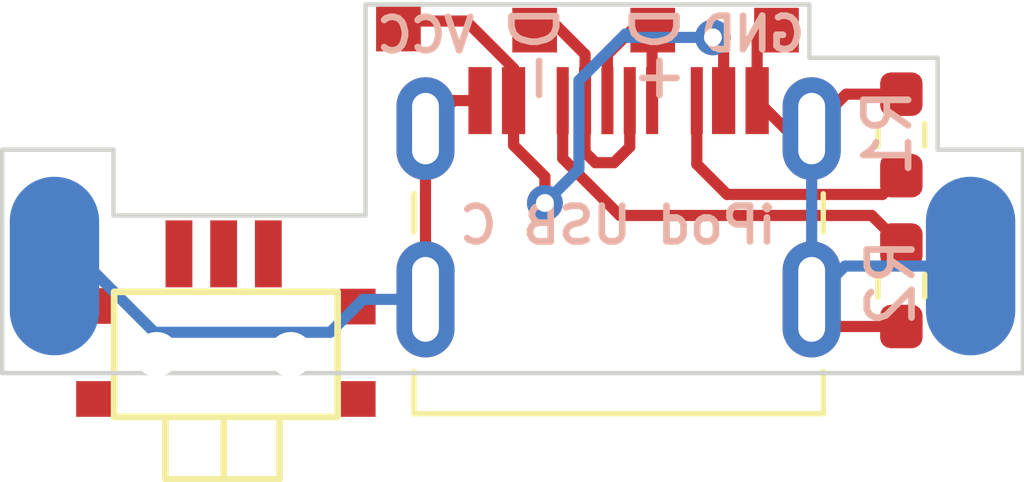
<source format=kicad_pcb>
(kicad_pcb (version 20221018) (generator pcbnew)
  (layers (0 "F.Cu" signal) (31 "B.Cu" signal) (36 "B.SilkS" user "B.Silkscreen") (37 "F.SilkS" user "F.Silkscreen") (38 "B.Mask" user) (39 "F.Mask" user) (44 "Edge.Cuts" user))
  (net 0 "")
  (net 1 "Net-(P2-D+)")
  (net 2 "Net-(P2-D-)")
  (net 3 "Net-(P2-SHIELD)")
  (net 4 "Net-(P2-VBUS-PadA4)")
  (net 8 "Net-(P2-CC)")
  (net 9 "Net-(P2-VCONN)")
  (footprint "custom_connectors:1mm_test_point_square_SMD" (layer "F.Cu") (at 126.365 64.897)
    (fp_text reference "D+" (at 0.0762 0.5588 90) (layer "B.SilkS") (effects (justify mirror)))
    (fp_text value "TestPoint" hide)
    (pad "1" smd rect (at 0 -0.01016) (size 1 1) (layers "F.Cu" "F.Paste" "F.Mask") (net 1 "Net-(P2-D+)"))
  )
  (footprint "Resistor_SMD:R_0603_1608Metric_Pad0.98x0.95mm_HandSolder" (layer "F.Cu") (at 131.9276 67.2338 90)
    (fp_text reference "R1" (at 0.0489 -0.3048 90) (layer "B.SilkS") (effects (justify mirror)))
    (fp_text value "R" hide)
    (fp_line (start -0.254724 -0.5225) (end 0.254724 -0.5225) (stroke (width 0.12)) (layer "F.SilkS"))
    (fp_line (start -0.254724 0.5225) (end 0.254724 0.5225) (stroke (width 0.12)) (layer "F.SilkS"))
    (pad "1" smd roundrect (at -0.9125 0 90) (size 0.975 0.95) (layers "F.Cu" "F.Paste" "F.Mask") (net 8 "Net-(P2-CC)"))
    (pad "2" smd roundrect (at 0.9125 0 90) (size 0.975 0.95) (layers "F.Cu" "F.Paste" "F.Mask") (net 3 "Net-(P2-SHIELD)"))
  )
  (footprint "buttons_custom:even_tinier_smd_slide_switch_custom" (layer "F.Cu") (at 116.7646 70.7477)
    (fp_text reference "SW1" hide)
    (fp_text value "SW_DPDT_x2" hide)
    (fp_line (start -2.45 0) (end -2.45 2.8) (stroke (width 0.15)) (layer "F.SilkS"))
    (fp_line (start -2.45 2.8) (end 2.55 2.8) (stroke (width 0.15)) (layer "F.SilkS"))
    (fp_line (start -2.4 0) (end 2.5 0) (stroke (width 0.15)) (layer "F.SilkS"))
    (fp_line (start -1.30345 4.15) (end -1.30345 2.83005) (stroke (width 0.15)) (layer "F.SilkS"))
    (fp_line (start -0.05405 4.2) (end 1.25405 4.2) (stroke (width 0.15)) (layer "F.SilkS"))
    (fp_line (start 0 4.2) (end 0 2.88005) (stroke (width 0.15)) (layer "F.SilkS"))
    (fp_line (start 0.00465 4.2) (end -1.30345 4.2) (stroke (width 0.15)) (layer "F.SilkS"))
    (fp_line (start 1.25 4.2) (end 1.25 2.88005) (stroke (width 0.15)) (layer "F.SilkS"))
    (fp_line (start 2.55 0) (end 2.55 2.8) (stroke (width 0.15)) (layer "F.SilkS"))
    (pad "" np_thru_hole circle (at -1.5 1.4) (size 1 1) (drill 1) (layers "F&B.Cu" "*.Mask"))
    (pad "" np_thru_hole circle (at 1.5 1.4) (size 1 1) (drill 1) (layers "F&B.Cu" "*.Mask"))
    (pad "1" smd rect (at -1 -0.85) (size 0.6 1.5) (layers "F.Cu" "F.Paste" "F.Mask"))
    (pad "2" smd rect (at 0 -0.85) (size 0.6 1.5) (layers "F.Cu" "F.Paste" "F.Mask"))
    (pad "3" smd rect (at 1 -0.85) (size 0.6 1.5) (layers "F.Cu" "F.Paste" "F.Mask"))
    (pad "4" smd rect (at -2.9 0.3175 90) (size 0.8 0.8) (layers "F.Cu" "F.Paste" "F.Mask"))
    (pad "4" smd rect (at -2.9 2.4 90) (size 0.8 0.8) (layers "F.Cu" "F.Paste" "F.Mask"))
    (pad "4" smd rect (at 3 0.3302 90) (size 0.8 0.8) (layers "F.Cu" "F.Paste" "F.Mask"))
    (pad "4" smd rect (at 3 2.4 90) (size 0.8 0.8) (layers "F.Cu" "F.Paste" "F.Mask"))
  )
  (footprint "custom_connectors:1mm_test_point_square_SMD" (layer "F.Cu") (at 120.6754 64.8716)
    (fp_text reference "VCC" (at 0.6096 0.127) (layer "B.SilkS") (effects (font (size 0.75 0.75)) (justify mirror)))
    (fp_text value "TestPoint" hide)
    (pad "1" smd rect (at 0 -0.01016) (size 1 1) (layers "F.Cu" "F.Paste" "F.Mask") (net 4 "Net-(P2-VBUS-PadA4)"))
  )
  (footprint "Resistor_SMD:R_0603_1608Metric_Pad0.98x0.95mm_HandSolder" (layer "F.Cu") (at 131.9276 70.612 -90)
    (fp_text reference "R2" (at -0.0743 0.2286 90) (layer "B.SilkS") (effects (justify mirror)))
    (fp_text value "R" hide)
    (fp_line (start -0.254724 -0.5225) (end 0.254724 -0.5225) (stroke (width 0.12)) (layer "F.SilkS"))
    (fp_line (start -0.254724 0.5225) (end 0.254724 0.5225) (stroke (width 0.12)) (layer "F.SilkS"))
    (pad "1" smd roundrect (at -0.9125 0 270) (size 0.975 0.95) (layers "F.Cu" "F.Paste" "F.Mask") (net 9 "Net-(P2-VCONN)"))
    (pad "2" smd roundrect (at 0.9125 0 270) (size 0.975 0.95) (layers "F.Cu" "F.Paste" "F.Mask") (net 3 "Net-(P2-SHIELD)"))
  )
  (footprint "custom_connectors:1mm_test_point_square_SMD" (layer "F.Cu") (at 123.7234 64.897)
    (fp_text reference "D-" (at 0.0254 0.5588 90) (layer "B.SilkS") (effects (justify mirror)))
    (fp_text value "TestPoint" hide)
    (pad "1" smd rect (at 0 -0.01016) (size 1 1) (layers "F.Cu" "F.Paste" "F.Mask") (net 2 "Net-(P2-D-)"))
  )
  (footprint "usb_custom:USB_C_SMD_USB2" (layer "F.Cu") (at 125.601 69.7668)
    (fp_text reference "P2" hide)
    (fp_text value "USB_C_Plug" hide)
    (fp_line (start -4.58 -1.215) (end -4.58 -0.36) (stroke (width 0.12)) (layer "F.SilkS"))
    (fp_line (start -4.58 2.76) (end -4.58 3.71) (stroke (width 0.12)) (layer "F.SilkS"))
    (fp_line (start -4.58 3.71) (end 4.58 3.71) (stroke (width 0.12)) (layer "F.SilkS"))
    (fp_line (start 4.58 -1.215) (end 4.58 -0.36) (stroke (width 0.12)) (layer "F.SilkS"))
    (fp_line (start 4.58 2.76) (end 4.58 3.71) (stroke (width 0.12)) (layer "F.SilkS"))
    (pad "" np_thru_hole circle (at -3 -1.95) (size 0.6 0.6) (drill 0.6) (layers "F&B.Cu" "*.Mask"))
    (pad "" np_thru_hole oval (at 3 -1.95) (size 0.85 0.6) (drill oval 0.85 0.6) (layers "F&B.Cu" "*.Mask"))
    (pad "A1" smd rect (at -3.1 -3.302) (size 0.52 1.5) (layers "F.Cu" "F.Paste" "F.Mask") (net 3 "Net-(P2-SHIELD)"))
    (pad "A4" smd rect (at -2.35 -3.302) (size 0.52 1.5) (layers "F.Cu" "F.Paste" "F.Mask") (net 4 "Net-(P2-VBUS-PadA4)"))
    (pad "A5" smd rect (at 1.75 -3.302) (size 0.27 1.5) (layers "F.Cu" "F.Paste" "F.Mask") (net 8 "Net-(P2-CC)"))
    (pad "A6" smd rect (at -0.25 -3.3) (size 0.27 1.5) (layers "F.Cu" "F.Paste" "F.Mask") (net 1 "Net-(P2-D+)"))
    (pad "A6" smd rect (at 0.75 -3.302) (size 0.27 1.5) (layers "F.Cu" "F.Paste" "F.Mask") (net 1 "Net-(P2-D+)"))
    (pad "A7" smd rect (at -0.75 -3.3) (size 0.27 1.5) (layers "F.Cu" "F.Paste" "F.Mask") (net 2 "Net-(P2-D-)"))
    (pad "A7" smd rect (at 0.25 -3.302) (size 0.27 1.5) (layers "F.Cu" "F.Paste" "F.Mask") (net 2 "Net-(P2-D-)"))
    (pad "A9" smd rect (at 2.35 -3.302) (size 0.52 1.5) (layers "F.Cu" "F.Paste" "F.Mask") (net 4 "Net-(P2-VBUS-PadA4)"))
    (pad "A12" smd rect (at 3.1 -3.302) (size 0.52 1.5) (layers "F.Cu" "F.Paste" "F.Mask") (net 3 "Net-(P2-SHIELD)"))
    (pad "B5" smd rect (at -1.25 -3.302) (size 0.27 1.5) (layers "F.Cu" "F.Paste" "F.Mask") (net 9 "Net-(P2-VCONN)"))
    (pad "S1" thru_hole oval (at -4.32 -2.675) (size 1.3 2.3) (drill oval 0.6 1.6) (layers "*.Cu" "*.Mask") (net 3 "Net-(P2-SHIELD)"))
    (pad "S1" thru_hole oval (at -4.32 1.15) (size 1.3 2.6) (drill oval 0.6 1.9) (layers "*.Cu" "*.Mask") (net 3 "Net-(P2-SHIELD)"))
    (pad "S1" thru_hole oval (at 4.32 -2.675) (size 1.3 2.3) (drill oval 0.6 1.6) (layers "*.Cu" "*.Mask") (net 3 "Net-(P2-SHIELD)"))
    (pad "S1" thru_hole oval (at 4.32 1.15) (size 1.3 2.6) (drill oval 0.6 1.9) (layers "*.Cu" "*.Mask") (net 3 "Net-(P2-SHIELD)"))
  )
  (footprint "custom_connectors:1mm_test_point_square_SMD" (layer "F.Cu") (at 129.1336 64.897)
    (fp_text reference "GND" (at -0.5334 0.0762) (layer "B.SilkS") (effects (font (size 0.75 0.75)) (justify mirror)))
    (fp_text value "TestPoint" hide)
    (pad "1" smd rect (at 0 -0.01016) (size 1 1) (layers "F.Cu" "F.Paste" "F.Mask") (net 3 "Net-(P2-SHIELD)"))
  )
  (footprint "custom_connectors:2mm_4mm_test_point_SMD" (layer "B.Cu") (at 133.477 70.1802 180)
    (fp_text reference "TP6" hide)
    (fp_text value "TestPoint" hide)
    (pad "1" smd oval (at 0 0.01016 180) (size 2 4) (layers "B.Cu" "B.Paste" "B.Mask") (net 3 "Net-(P2-SHIELD)"))
  )
  (footprint "custom_connectors:2mm_4mm_test_point_SMD" (layer "B.Cu") (at 112.9792 70.1802 180)
    (fp_text reference "TP5" hide)
    (fp_text value "TestPoint" hide)
    (pad "1" smd oval (at 0 0.01016 180) (size 2 4) (layers "B.Cu" "B.Paste" "B.Mask") (net 3 "Net-(P2-SHIELD)"))
  )
  (gr_line (start 111.8108 67.564) (end 114.3 67.564) (stroke (width 0.1)) (layer "Edge.Cuts"))
  (gr_line (start 119.9388 69.0372) (end 119.9388 64.3128) (stroke (width 0.1)) (layer "Edge.Cuts"))
  (gr_line (start 132.7404 67.564) (end 132.7404 65.5066) (stroke (width 0.1)) (layer "Edge.Cuts"))
  (gr_line (start 134.6454 67.564) (end 132.7404 67.564) (stroke (width 0.1)) (layer "Edge.Cuts"))
  (gr_line (start 129.8702 65.5066) (end 129.8702 64.3128) (stroke (width 0.1)) (layer "Edge.Cuts"))
  (gr_line (start 114.3 69.0372) (end 119.9388 69.0372) (stroke (width 0.1)) (layer "Edge.Cuts"))
  (gr_line (start 134.6454 72.5678) (end 111.8108 72.5678) (stroke (width 0.1)) (layer "Edge.Cuts"))
  (gr_line (start 134.6454 72.5678) (end 134.6454 67.564) (stroke (width 0.1)) (layer "Edge.Cuts"))
  (gr_line (start 119.9388 64.3128) (end 129.8702 64.3128) (stroke (width 0.1)) (layer "Edge.Cuts"))
  (gr_line (start 132.7404 65.5066) (end 129.8702 65.5066) (stroke (width 0.1)) (layer "Edge.Cuts"))
  (gr_line (start 114.3 67.564) (end 114.3 69.0372) (stroke (width 0.1)) (layer "Edge.Cuts"))
  (gr_line (start 111.8108 72.5678) (end 111.8108 67.564) (stroke (width 0.1)) (layer "Edge.Cuts"))
  (gr_text "iPod USB C" (at 129.2098 69.723) (layer "B.SilkS") (effects (font (size 0.8 0.8)) (justify left bottom mirror)))
  (segment (start 126.351 66.4648) (end 126.351 64.72304) (width 0.25) (layer "F.Cu") (net 1))
  (segment (start 125.351 65.4298) (end 126.07176 64.70904) (width 0.25) (layer "F.Cu") (net 1))
  (segment (start 125.351 66.4668) (end 125.351 65.4298) (width 0.25) (layer "F.Cu") (net 1))
  (segment (start 126.351 64.72304) (end 126.365 64.70904) (width 0.25) (layer "F.Cu") (net 1))
  (segment (start 126.07176 64.70904) (end 126.365 64.70904) (width 0.25) (layer "F.Cu") (net 1))
  (segment (start 125.497398 67.855402) (end 125.082998 67.855402) (width 0.25) (layer "F.Cu") (net 2))
  (segment (start 125.851 66.4648) (end 125.851 67.5018) (width 0.25) (layer "F.Cu") (net 2))
  (segment (start 124.851 67.623404) (end 124.851 66.4668) (width 0.25) (layer "F.Cu") (net 2))
  (segment (start 125.082998 67.855402) (end 124.851 67.623404) (width 0.25) (layer "F.Cu") (net 2))
  (segment (start 125.851 67.5018) (end 125.497398 67.855402) (width 0.25) (layer "F.Cu") (net 2))
  (segment (start 124.851 66.4668) (end 124.851 65.4298) (width 0.25) (layer "F.Cu") (net 2))
  (segment (start 124.02864 64.60744) (end 123.7234 64.60744) (width 0.25) (layer "F.Cu") (net 2))
  (segment (start 124.851 65.4298) (end 124.02864 64.60744) (width 0.25) (layer "F.Cu") (net 2))
  (segment (start 131.9276 66.3213) (end 130.6915 66.3213) (width 0.25) (layer "F.Cu") (net 3))
  (segment (start 121.281 67.0918) (end 121.281 70.9168) (width 0.25) (layer "F.Cu") (net 3))
  (segment (start 122.501 66.4648) (end 121.908 66.4648) (width 0.25) (layer "F.Cu") (net 3))
  (segment (start 128.701 66.4648) (end 128.701 65.14164) (width 0.25) (layer "F.Cu") (net 3))
  (segment (start 129.328 67.0918) (end 128.701 66.4648) (width 0.25) (layer "F.Cu") (net 3))
  (segment (start 130.5287 71.5245) (end 129.921 70.9168) (width 0.25) (layer "F.Cu") (net 3))
  (segment (start 131.9276 71.5245) (end 130.5287 71.5245) (width 0.25) (layer "F.Cu") (net 3))
  (segment (start 128.701 65.14164) (end 129.1336 64.70904) (width 0.25) (layer "F.Cu") (net 3))
  (segment (start 130.6915 66.3213) (end 129.921 67.0918) (width 0.25) (layer "F.Cu") (net 3))
  (segment (start 129.921 67.0918) (end 129.328 67.0918) (width 0.25) (layer "F.Cu") (net 3))
  (segment (start 121.908 66.4648) (end 121.281 67.0918) (width 0.25) (layer "F.Cu") (net 3))
  (segment (start 130.66776 70.17004) (end 129.921 70.9168) (width 0.25) (layer "B.Cu") (net 3))
  (segment (start 119.1514 71.6534) (end 119.888 70.9168) (width 0.25) (layer "B.Cu") (net 3))
  (segment (start 113.73104 70.17004) (end 115.2144 71.6534) (width 0.25) (layer "B.Cu") (net 3))
  (segment (start 133.477 70.17004) (end 130.66776 70.17004) (width 0.25) (layer "B.Cu") (net 3))
  (segment (start 115.2144 71.6534) (end 119.1514 71.6534) (width 0.25) (layer "B.Cu") (net 3))
  (segment (start 129.921 67.0918) (end 129.921 70.9168) (width 0.25) (layer "B.Cu") (net 3))
  (segment (start 112.9792 70.17004) (end 113.73104 70.17004) (width 0.25) (layer "B.Cu") (net 3))
  (segment (start 119.888 70.9168) (end 121.281 70.9168) (width 0.25) (layer "B.Cu") (net 3))
  (segment (start 123.952 68.1658) (end 123.251 67.4648) (width 0.25) (layer "F.Cu") (net 4))
  (segment (start 122.19224 64.68364) (end 120.6754 64.68364) (width 0.25) (layer "F.Cu") (net 4))
  (segment (start 123.251 65.7424) (end 122.19224 64.68364) (width 0.25) (layer "F.Cu") (net 4))
  (segment (start 123.952 68.7578) (end 123.952 68.1658) (width 0.25) (layer "F.Cu") (net 4))
  (segment (start 127.951 66.4648) (end 127.951 65.2892) (width 0.25) (layer "F.Cu") (net 4))
  (segment (start 123.251 67.4648) (end 123.251 66.4648) (width 0.25) (layer "F.Cu") (net 4))
  (segment (start 127.951 65.2892) (end 127.7112 65.0494) (width 0.25) (layer "F.Cu") (net 4))
  (segment (start 123.251 66.4648) (end 123.251 65.7424) (width 0.25) (layer "F.Cu") (net 4))
  (via (at 127.7112 65.0494) (size 0.8) (drill 0.4) (layers "F.Cu" "B.Cu") (net 4))
  (via (at 123.952 68.7578) (size 0.8) (drill 0.4) (layers "F.Cu" "B.Cu") (net 4))
  (segment (start 125.7554 64.9732) (end 124.714 66.0146) (width 0.25) (layer "B.Cu") (net 4))
  (segment (start 124.714 67.9958) (end 123.952 68.7578) (width 0.25) (layer "B.Cu") (net 4))
  (segment (start 125.8316 65.0494) (end 125.7554 64.9732) (width 0.25) (layer "B.Cu") (net 4))
  (segment (start 127.7112 65.0494) (end 125.8316 65.0494) (width 0.25) (layer "B.Cu") (net 4))
  (segment (start 124.714 66.0146) (end 124.714 67.7672) (width 0.25) (layer "B.Cu") (net 4))
  (segment (start 124.714 67.7672) (end 124.714 67.9958) (width 0.25) (layer "B.Cu") (net 4))
  (segment (start 127.351 67.8896) (end 127.351 66.4648) (width 0.25) (layer "F.Cu") (net 8))
  (segment (start 131.9276 68.1463) (end 131.5071 68.5668) (width 0.25) (layer "F.Cu") (net 8))
  (segment (start 131.5071 68.5668) (end 128.0282 68.5668) (width 0.25) (layer "F.Cu") (net 8))
  (segment (start 128.0282 68.5668) (end 127.351 67.8896) (width 0.25) (layer "F.Cu") (net 8))
  (segment (start 125.6284 69.0372) (end 124.351 67.7598) (width 0.25) (layer "F.Cu") (net 9))
  (segment (start 131.2653 69.0372) (end 125.6284 69.0372) (width 0.25) (layer "F.Cu") (net 9))
  (segment (start 124.351 67.7598) (end 124.351 66.4648) (width 0.25) (layer "F.Cu") (net 9))
  (segment (start 131.9276 69.6995) (end 131.2653 69.0372) (width 0.25) (layer "F.Cu") (net 9))
)
</source>
